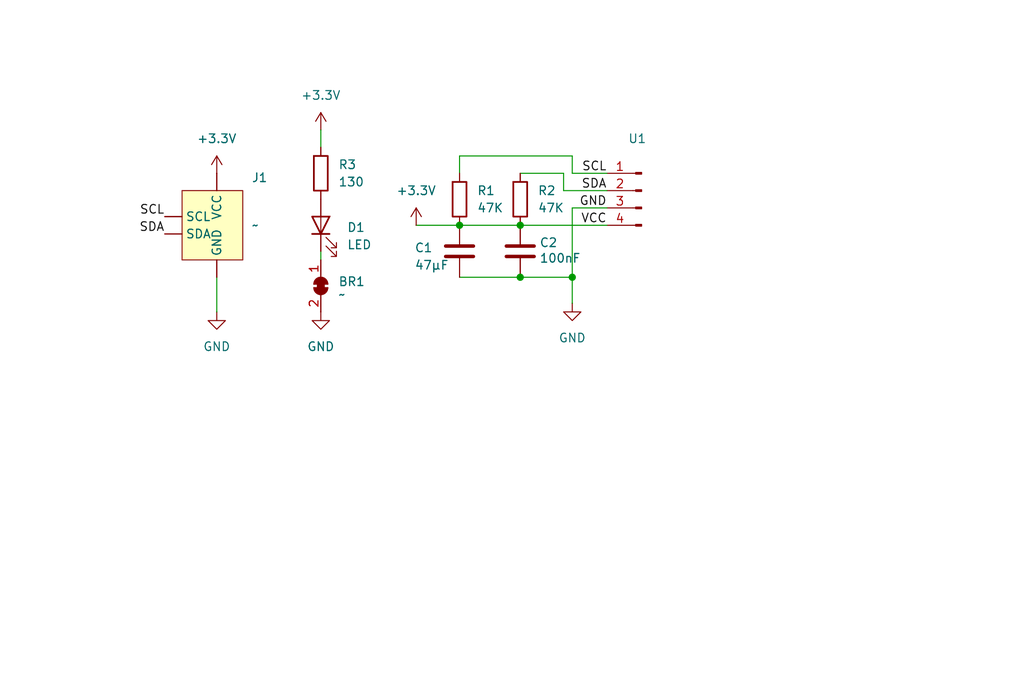
<source format=kicad_sch>
(kicad_sch (version 20231120) (generator "eeschema") (generator_version "8.0")
  (paper "User" 150 100)
  (title_block (title "IR Camera Carrier") (date "2024-08-11") (rev "0.1.0") (company "PDX Hackerspace") (comment 1 "John Romkey"))
  (lib_symbols
    (symbol "1mySymbols:STEMMA_QT/Qwiic" (pin_numbers hide)
      (property "Reference" "J" (at 0 15.24 0))
      (property "Footprint" "Connector_JST:JST_SH_SM04B-SRSS-TB_1x04-1MP_P1.00mm_Horizontal" (at 0 -2.54 0))
      (symbol "STEMMA_QT/Qwiic_1_1"
        (rectangle (start -3.81 11.43) (end 5.08 1.27) (fill (type background)))
        (pin power_in line (at 1.27 -1.27 90) (length 2.54) (name "GND") (number "1"))
        (pin power_in line (at 1.27 13.97 270) (length 2.54) (name "VCC") (number "2"))
        (pin bidirectional line (at -6.35 5.08 0) (length 2.54) (name "SDA") (number "3"))
        (pin input line (at -6.35 7.62 0) (length 2.54) (name "SCL") (number "4"))
      )
    )
    (symbol "Connector:Conn_01x04_Pin" (pin_names (offset 1.016) hide)
      (property "Reference" "J" (at 0 5.08 0))
      (property "Value" "Conn_01x04_Pin" (at 0 -7.62 0))
      (symbol "Conn_01x04_Pin_1_1"
        (polyline (pts (xy 1.27 -5.08) (xy 0.8636 -5.08)) (stroke (width 0.1524)))
        (polyline (pts (xy 1.27 -2.54) (xy 0.8636 -2.54)) (stroke (width 0.1524)))
        (polyline (pts (xy 1.27 0) (xy 0.8636 0)) (stroke (width 0.1524)))
        (polyline (pts (xy 1.27 2.54) (xy 0.8636 2.54)) (stroke (width 0.1524)))
        (rectangle (start 0.8636 -4.953) (end 0 -5.207) (stroke (width 0.1524)) (fill (type outline)))
        (rectangle (start 0.8636 -2.413) (end 0 -2.667) (stroke (width 0.1524)) (fill (type outline)))
        (rectangle (start 0.8636 0.127) (end 0 -0.127) (stroke (width 0.1524)) (fill (type outline)))
        (rectangle (start 0.8636 2.667) (end 0 2.413) (stroke (width 0.1524)) (fill (type outline)))
        (pin passive line (at 5.08 2.54 180) (length 3.81) (name "Pin_1") (number "1"))
        (pin passive line (at 5.08 0 180) (length 3.81) (name "Pin_2") (number "2"))
        (pin passive line (at 5.08 -2.54 180) (length 3.81) (name "Pin_3") (number "3"))
        (pin passive line (at 5.08 -5.08 180) (length 3.81) (name "Pin_4") (number "4"))
      )
    )
    (symbol "Device:C" (pin_numbers hide) (pin_names (offset 0.254))
      (property "Reference" "C" (at 0.635 2.54 0))
      (property "Value" "C" (at 0.635 -2.54 0))
      (symbol "C_0_1"
        (polyline (pts (xy -2.032 -0.762) (xy 2.032 -0.762)) (stroke (width 0.508)))
        (polyline (pts (xy -2.032 0.762) (xy 2.032 0.762)) (stroke (width 0.508)))
      )
      (symbol "C_1_1"
        (pin passive line (at 0 3.81 270) (length 2.794) (name "~") (number "1"))
        (pin passive line (at 0 -3.81 90) (length 2.794) (name "~") (number "2"))
      )
    )
    (symbol "Device:LED" (pin_numbers hide) (pin_names (offset 1.016) hide)
      (property "Reference" "D" (at 0 2.54 0))
      (property "Value" "LED" (at 0 -2.54 0))
      (symbol "LED_0_1"
        (polyline (pts (xy -1.27 -1.27) (xy -1.27 1.27)) (stroke (width 0.254)))
        (polyline (pts (xy -1.27 0) (xy 1.27 0)))
        (polyline (pts (xy 1.27 -1.27) (xy 1.27 1.27) (xy -1.27 0) (xy 1.27 -1.27)) (stroke (width 0.254)))
        (polyline (pts (xy -3.048 -0.762) (xy -4.572 -2.286) (xy -3.81 -2.286) (xy -4.572 -2.286) (xy -4.572 -1.524)))
        (polyline (pts (xy -1.778 -0.762) (xy -3.302 -2.286) (xy -2.54 -2.286) (xy -3.302 -2.286) (xy -3.302 -1.524)))
      )
      (symbol "LED_1_1"
        (pin passive line (at -3.81 0 0) (length 2.54) (name "K") (number "1"))
        (pin passive line (at 3.81 0 180) (length 2.54) (name "A") (number "2"))
      )
    )
    (symbol "Device:R" (pin_numbers hide) (pin_names (offset 0))
      (property "Reference" "R" (at 2.032 0 90))
      (property "Value" "R" (at 0 0 90))
      (symbol "R_0_1"
        (rectangle (start -1.016 -2.54) (end 1.016 2.54) (stroke (width 0.254)))
      )
      (symbol "R_1_1"
        (pin passive line (at 0 3.81 270) (length 1.27) (name "~") (number "1"))
        (pin passive line (at 0 -3.81 90) (length 1.27) (name "~") (number "2"))
      )
    )
    (symbol "Jumper:SolderJumper_2_Bridged" (pin_names (offset 0) hide)
      (property "Reference" "JP" (at 0 2.032 0))
      (property "Value" "SolderJumper_2_Bridged" (at 0 -2.54 0))
      (symbol "SolderJumper_2_Bridged_0_1"
        (rectangle (start -0.508 0.508) (end 0.508 -0.508) (fill (type outline)))
        (arc (start -0.254 1.016) (mid -1.2656 0) (end -0.254 -1.016))
        (arc (start -0.254 1.016) (mid -1.2656 0) (end -0.254 -1.016) (fill (type outline)))
        (polyline (pts (xy -0.254 1.016) (xy -0.254 -1.016)))
        (polyline (pts (xy 0.254 1.016) (xy 0.254 -1.016)))
        (arc (start 0.254 -1.016) (mid 1.2656 0) (end 0.254 1.016))
        (arc (start 0.254 -1.016) (mid 1.2656 0) (end 0.254 1.016) (fill (type outline)))
      )
      (symbol "SolderJumper_2_Bridged_1_1"
        (pin passive line (at -3.81 0 0) (length 2.54) (name "A") (number "1"))
        (pin passive line (at 3.81 0 180) (length 2.54) (name "B") (number "2"))
      )
    )
    (symbol "power:+3.3V" (power) (pin_numbers hide) (pin_names (offset 0) hide)
      (property "Value" "+3.3V" (at 0 3.556 0))
      (symbol "+3.3V_0_1"
        (polyline (pts (xy -0.762 1.27) (xy 0 2.54)))
        (polyline (pts (xy 0 0) (xy 0 2.54)))
        (polyline (pts (xy 0 2.54) (xy 0.762 1.27)))
      )
      (symbol "+3.3V_1_1"
        (pin power_in line (at 0 0 90) (length 0) (name "~") (number "1"))
      )
    )
    (symbol "power:GND" (power) (pin_numbers hide) (pin_names (offset 0) hide)
      (property "Value" "GND" (at 0 -3.81 0))
      (symbol "GND_0_1"
        (polyline (pts (xy 0 0) (xy 0 -1.27) (xy 1.27 -1.27) (xy 0 -2.54) (xy -1.27 -1.27) (xy 0 -1.27)))
      )
      (symbol "GND_1_1"
        (pin power_in line (at 0 0 270) (length 0) (name "~") (number "1"))
      )
    )
  )
  (junction (at 67.31 33.02))
  (junction (at 83.82 40.64))
  (junction (at 76.2 33.02))
  (junction (at 76.2 40.64))
  (wire (pts (xy 67.31 40.64) (xy 76.2 40.64)))
  (wire (pts (xy 76.2 25.4) (xy 82.55 25.4)))
  (wire (pts (xy 83.82 30.48) (xy 83.82 40.64)))
  (wire (pts (xy 76.2 33.02) (xy 88.9 33.02)))
  (wire (pts (xy 46.99 36.83) (xy 46.99 38.1)))
  (wire (pts (xy 83.82 22.86) (xy 67.31 22.86)))
  (wire (pts (xy 67.31 22.86) (xy 67.31 25.4)))
  (wire (pts (xy 88.9 30.48) (xy 83.82 30.48)))
  (wire (pts (xy 67.31 33.02) (xy 60.96 33.02)))
  (wire (pts (xy 82.55 27.94) (xy 88.9 27.94)))
  (wire (pts (xy 46.99 19.05) (xy 46.99 21.59)))
  (wire (pts (xy 83.82 40.64) (xy 83.82 44.45)))
  (wire (pts (xy 31.75 45.72) (xy 31.75 40.64)))
  (wire (pts (xy 82.55 25.4) (xy 82.55 27.94)))
  (wire (pts (xy 76.2 33.02) (xy 67.31 33.02)))
  (wire (pts (xy 83.82 25.4) (xy 83.82 22.86)))
  (wire (pts (xy 76.2 40.64) (xy 83.82 40.64)))
  (wire (pts (xy 88.9 25.4) (xy 83.82 25.4)))
  (label "SDA" (at 88.9 27.94 180))
  (label "GND" (at 88.9 30.48 180))
  (label "VCC" (at 88.9 33.02 180))
  (label "SCL" (at 88.9 25.4 180))
  (label "SCL" (at 24.13 31.75 180))
  (label "SDA" (at 24.13 34.29 180))
  (symbol (lib_id "Device:R") (at 46.99 25.4 0) (unit 1)
    (property "Reference" "R3" (at 49.53 24.1299 0) (effects (justify left)))
    (property "Value" "130" (at 49.53 26.6699 0) (effects (justify left)))
    (property "Footprint" "Resistor_SMD:R_1206_3216Metric_Pad1.30x1.75mm_HandSolder" (effects (hide yes)))
  )
  (symbol (lib_id "power:+3.3V") (at 46.99 19.05 0) (unit 1)
    (property "Reference" "#PWR05" (effects (hide yes)))
    (property "Value" "+3.3V" (at 46.99 13.97 0))
    (property "Description" "Power symbol creates a global label with name \"+3.3V\"" (effects (hide yes)))
  )
  (symbol (lib_id "power:GND") (at 83.82 44.45 0) (unit 1)
    (property "Reference" "#PWR04" (effects (hide yes)))
    (property "Value" "GND" (at 83.82 49.53 0))
    (property "Description" "Power symbol creates a global label with name \"GND\" , ground" (effects (hide yes)))
  )
  (symbol (lib_id "power:GND") (at 31.75 45.72 0) (unit 1)
    (property "Reference" "#PWR03" (effects (hide yes)))
    (property "Value" "GND" (at 31.75 50.8 0))
    (property "Description" "Power symbol creates a global label with name \"GND\" , ground" (effects (hide yes)))
  )
  (symbol (lib_id "Jumper:SolderJumper_2_Bridged") (at 46.99 41.91 270) (unit 1)
    (property "Reference" "BR1" (at 49.53 41.2749 90) (effects (justify left)))
    (property "Value" "~" (at 49.53 43.18 90) (effects (justify left)))
    (property "Footprint" "Jumper:SolderJumper-2_P1.3mm_Bridged_RoundedPad1.0x1.5mm" (effects (hide yes)))
  )
  (symbol (lib_id "Device:R") (at 67.31 29.21 0) (unit 1)
    (property "Reference" "R1" (at 69.85 27.9399 0) (effects (justify left)))
    (property "Value" "47K" (at 69.85 30.4799 0) (effects (justify left)))
    (property "Footprint" "Resistor_SMD:R_1206_3216Metric_Pad1.30x1.75mm_HandSolder" (effects (hide yes)))
    (property "Description" "Resistor" (effects (hide yes)))
  )
  (symbol (lib_id "Device:C") (at 76.2 36.83 0) (unit 1)
    (property "Reference" "C2" (at 78.994 35.56 0) (effects (justify left)))
    (property "Value" "100nF" (at 78.994 37.846 0) (effects (justify left)))
    (property "Footprint" "Capacitor_SMD:C_1206_3216Metric_Pad1.33x1.80mm_HandSolder" (effects (hide yes)))
    (property "Description" "Unpolarized capacitor" (effects (hide yes)))
  )
  (symbol (lib_id "Device:R") (at 76.2 29.21 0) (unit 1)
    (property "Reference" "R2" (at 78.74 27.9399 0) (effects (justify left)))
    (property "Value" "47K" (at 78.74 30.4799 0) (effects (justify left)))
    (property "Footprint" "Resistor_SMD:R_1206_3216Metric_Pad1.30x1.75mm_HandSolder" (effects (hide yes)))
    (property "Description" "Resistor" (effects (hide yes)))
  )
  (symbol (lib_id "1mySymbols:STEMMA_QT/Qwiic") (at 30.48 39.37 0) (unit 1)
    (property "Reference" "J1" (at 36.83 26.0349 0) (effects (justify left)))
    (property "Value" "~" (at 36.83 33.02 0) (effects (justify left)))
    (property "Footprint" "Connector_JST:JST_SH_SM04B-SRSS-TB_1x04-1MP_P1.00mm_Horizontal" (effects (hide yes)))
    (property "Datasheet" "https://learn.adafruit.com/introducing-adafruit-stemma-qt/what-is-stemma-qt" (effects (hide yes)))
  )
  (symbol (lib_id "Device:C") (at 67.31 36.83 0) (unit 1)
    (property "Reference" "C1" (at 60.706 36.322 0) (effects (justify left)))
    (property "Value" "47µF" (at 60.706 38.862 0) (effects (justify left)))
    (property "Footprint" "Capacitor_SMD:C_1206_3216Metric_Pad1.33x1.80mm_HandSolder" (effects (hide yes)))
    (property "Description" "Unpolarized capacitor" (effects (hide yes)))
  )
  (symbol (lib_id "power:GND") (at 46.99 45.72 0) (unit 1)
    (property "Reference" "#PWR06" (effects (hide yes)))
    (property "Value" "GND" (at 46.99 50.8 0))
    (property "Description" "Power symbol creates a global label with name \"GND\" , ground" (effects (hide yes)))
  )
  (symbol (lib_id "power:+3.3V") (at 31.75 25.4 0) (unit 1)
    (property "Reference" "#PWR01" (effects (hide yes)))
    (property "Value" "+3.3V" (at 31.75 20.32 0))
    (property "Description" "Power symbol creates a global label with name \"+3.3V\"" (effects (hide yes)))
  )
  (symbol (lib_id "Device:LED") (at 46.99 33.02 90) (unit 1)
    (property "Reference" "D1" (at 50.8 33.3375 90) (effects (justify right)))
    (property "Value" "LED" (at 50.8 35.8775 90) (effects (justify right)))
    (property "Footprint" "LED_SMD:LED_1206_3216Metric_Pad1.42x1.75mm_HandSolder" (effects (hide yes)))
  )
  (symbol (lib_id "power:+3.3V") (at 60.96 33.02 0) (unit 1)
    (property "Reference" "#PWR02" (effects (hide yes)))
    (property "Value" "+3.3V" (at 60.96 27.94 0))
    (property "Description" "Power symbol creates a global label with name \"+3.3V\"" (effects (hide yes)))
  )
  (symbol (lib_id "Connector:Conn_01x04_Pin") (at 93.98 27.94 0) (mirror y) (unit 1)
    (property "Reference" "U1" (at 93.345 20.32 0))
    (property "Value" "Conn_01x04_Pin" (effects (hide yes)))
    (property "Footprint" "1myFootprints:HTPA32x32d" (effects (hide yes)))
    (property "Description" "Generic connector, single row, 01x04, script generated" (effects (hide yes)))
  )
)
</source>
